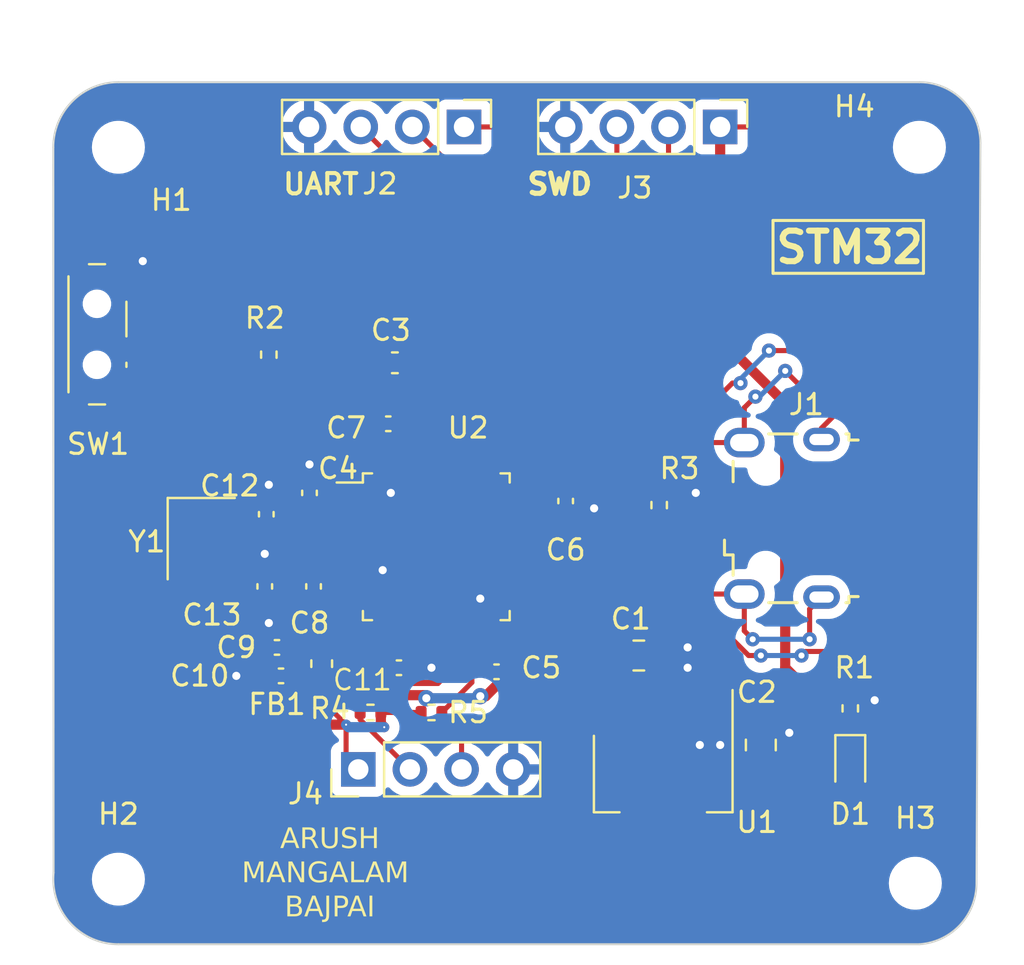
<source format=kicad_pcb>
(kicad_pcb (version 20221018) (generator pcbnew)
  (layers (0 "F.Cu" signal) (31 "B.Cu" power) (34 "B.Paste" user) (35 "F.Paste" user) (36 "B.SilkS" user "B.Silkscreen") (37 "F.SilkS" user "F.Silkscreen") (38 "B.Mask" user) (39 "F.Mask" user) (44 "Edge.Cuts" user))
  (net 0 "")
  (net 1 "+3.3V")
  (net 2 "GND")
  (net 3 "+3.3VA")
  (net 4 "/NRST")
  (net 5 "/HSE_IN")
  (net 6 "/HSE_OUT")
  (net 7 "VBUS")
  (net 8 "Net-(D1-K)")
  (net 9 "/USB_D-")
  (net 10 "/USB_D+")
  (net 11 "/SWDIO")
  (net 12 "/SWCLK")
  (net 13 "/USART1_TX")
  (net 14 "/USART1_RX")
  (net 15 "/I2C2_SCL")
  (net 16 "/I2C2_SDA")
  (net 17 "/SW_BOOT0")
  (net 18 "/BOOT0")
  (net 46 "Net-(Y1-Pad2)")
  (net 48 "unconnected-(J1-Shield-Pad6)")
  (footprint "Resistor_SMD:R_0402_1005Metric" (layer "F.Cu") (at 112.4 99.6 180)
    (fp_text reference "R4" (at 2 0.2) (layer "F.SilkS"))
    (fp_text value "1k5")
    (pad "1" smd roundrect (at -0.51 0 180) (size 0.54 0.64) (layers "F.Cu" "F.Paste" "F.Mask") (net 1 "+3.3V"))
    (pad "2" smd roundrect (at 0.51 0 180) (size 0.54 0.64) (layers "F.Cu" "F.Paste" "F.Mask") (net 15 "/I2C2_SCL"))
  )
  (footprint "Capacitor_SMD:C_0402_1005Metric" (layer "F.Cu") (at 118.6 97.6)
    (fp_text reference "C5" (at 2.2 -0.2) (layer "F.SilkS"))
    (fp_text value "100n")
    (pad "1" smd roundrect (at -0.48 0) (size 0.56 0.62) (layers "F.Cu" "F.Paste" "F.Mask") (net 2 "GND"))
    (pad "2" smd roundrect (at 0.48 0) (size 0.56 0.62) (layers "F.Cu" "F.Paste" "F.Mask") (net 1 "+3.3V"))
  )
  (footprint "Package_TO_SOT_SMD:SOT-223-3_TabPin2" (layer "F.Cu") (at 126.8 102.6 -90)
    (fp_text reference "U1" (at 2.4 -4.6 -180) (layer "F.SilkS"))
    (fp_text value "AMS1117-3.3")
    (pad "1" smd rect (at -3.15 -2.3 270) (size 2 1.5) (layers "F.Cu" "F.Paste" "F.Mask") (net 2 "GND"))
    (pad "2" smd rect (at -3.15 0 270) (size 2 1.5) (layers "F.Cu" "F.Paste" "F.Mask") (net 1 "+3.3V"))
    (pad "2" smd rect (at 3.15 0 270) (size 2 3.8) (layers "F.Cu" "F.Paste" "F.Mask") (net 1 "+3.3V"))
    (pad "3" smd rect (at -3.15 2.3 270) (size 2 1.5) (layers "F.Cu" "F.Paste" "F.Mask") (net 7 "VBUS"))
  )
  (footprint "Capacitor_SMD:C_0402_1005Metric" (layer "F.Cu") (at 109.4 88.8 90)
    (fp_text reference "C4" (at 1.2 1.4 180) (layer "F.SilkS"))
    (fp_text value "100n")
    (pad "1" smd roundrect (at -0.48 0 90) (size 0.56 0.62) (layers "F.Cu" "F.Paste" "F.Mask") (net 1 "+3.3V"))
    (pad "2" smd roundrect (at 0.48 0 90) (size 0.56 0.62) (layers "F.Cu" "F.Paste" "F.Mask") (net 2 "GND"))
  )
  (footprint "Connector_PinHeader_2.54mm:PinHeader_1x04_P2.54mm_Vertical" (layer "F.Cu") (at 117 70.8 -90)
    (fp_text reference "J2" (at 2.8 4.14 -180) (layer "F.SilkS"))
    (fp_text value "Conn_01x04_Pin")
    (pad "1" thru_hole rect (at 0 0 270) (size 1.7 1.7) (drill 1) (layers "*.Cu" "*.Mask") (net 1 "+3.3V"))
    (pad "2" thru_hole oval (at 0 2.54 270) (size 1.7 1.7) (drill 1) (layers "*.Cu" "*.Mask") (net 13 "/USART1_TX"))
    (pad "3" thru_hole oval (at 0 5.08 270) (size 1.7 1.7) (drill 1) (layers "*.Cu" "*.Mask") (net 14 "/USART1_RX"))
    (pad "4" thru_hole oval (at 0 7.62 270) (size 1.7 1.7) (drill 1) (layers "*.Cu" "*.Mask") (net 2 "GND"))
  )
  (footprint "Resistor_SMD:R_0402_1005Metric" (layer "F.Cu") (at 136 99.4 90)
    (fp_text reference "R1" (at 2 0.2) (layer "F.SilkS"))
    (fp_text value "1k5")
    (pad "1" smd roundrect (at -0.51 0 90) (size 0.54 0.64) (layers "F.Cu" "F.Paste" "F.Mask") (net 8 "Net-(D1-K)"))
    (pad "2" smd roundrect (at 0.51 0 90) (size 0.54 0.64) (layers "F.Cu" "F.Paste" "F.Mask") (net 2 "GND"))
  )
  (footprint "Capacitor_SMD:C_0402_1005Metric" (layer "F.Cu") (at 108 97.8 180)
    (fp_text reference "C10" (at 4 0 180) (layer "F.SilkS"))
    (fp_text value "1u")
    (pad "1" smd roundrect (at -0.48 0 180) (size 0.56 0.62) (layers "F.Cu" "F.Paste" "F.Mask") (net 1 "+3.3V"))
    (pad "2" smd roundrect (at 0.48 0 180) (size 0.56 0.62) (layers "F.Cu" "F.Paste" "F.Mask") (net 2 "GND"))
  )
  (footprint "Capacitor_SMD:C_0805_2012Metric" (layer "F.Cu") (at 125.6 96.8)
    (fp_text reference "C1" (at -0.4 -1.8) (layer "F.SilkS"))
    (fp_text value "22u")
    (pad "1" smd roundrect (at -0.95 0) (size 1 1.45) (layers "F.Cu" "F.Paste" "F.Mask") (net 7 "VBUS"))
    (pad "2" smd roundrect (at 0.95 0) (size 1 1.45) (layers "F.Cu" "F.Paste" "F.Mask") (net 2 "GND"))
  )
  (footprint "Capacitor_SMD:C_0402_1005Metric" (layer "F.Cu") (at 113.275 85.4)
    (fp_text reference "C7" (at -2.075 0.2) (layer "F.SilkS"))
    (fp_text value "100n")
    (pad "1" smd roundrect (at -0.48 0) (size 0.56 0.62) (layers "F.Cu" "F.Paste" "F.Mask") (net 1 "+3.3V"))
    (pad "2" smd roundrect (at 0.48 0) (size 0.56 0.62) (layers "F.Cu" "F.Paste" "F.Mask") (net 2 "GND"))
  )
  (footprint "Capacitor_SMD:C_0402_1005Metric" (layer "F.Cu") (at 107.8 96.4 180)
    (fp_text reference "C9" (at 2 0) (layer "F.SilkS"))
    (fp_text value "1u")
    (pad "1" smd roundrect (at -0.48 0 180) (size 0.56 0.62) (layers "F.Cu" "F.Paste" "F.Mask") (net 3 "+3.3VA"))
    (pad "2" smd roundrect (at 0.48 0 180) (size 0.56 0.62) (layers "F.Cu" "F.Paste" "F.Mask") (net 2 "GND"))
  )
  (footprint "Capacitor_SMD:C_0402_1005Metric" (layer "F.Cu") (at 107.2 93.4 90)
    (fp_text reference "C13" (at -1.4 -2.6) (layer "F.SilkS"))
    (fp_text value "10p")
    (pad "1" smd roundrect (at -0.48 0 90) (size 0.56 0.62) (layers "F.Cu" "F.Paste" "F.Mask") (net 6 "/HSE_OUT"))
    (pad "2" smd roundrect (at 0.48 0 90) (size 0.56 0.62) (layers "F.Cu" "F.Paste" "F.Mask") (net 2 "GND"))
  )
  (footprint "Button_Switch_SMD:SW_SPDT_PCM12" (layer "F.Cu") (at 99.275 81 -90)
    (fp_text reference "SW1" (at 5.4 0.275 180) (layer "F.SilkS"))
    (fp_text value "SW_SPDT")
    (pad "" smd rect (at -3.65 -0.78 270) (size 1 0.8) (layers "F.Cu" "F.Paste" "F.Mask"))
    (pad "" smd rect (at -3.65 1.43 270) (size 1 0.8) (layers "F.Cu" "F.Paste" "F.Mask"))
    (pad "" np_thru_hole circle (at -1.5 0.33 270) (size 0.9 0.9) (drill 0.9) (layers "*.Cu" "*.Mask"))
    (pad "" np_thru_hole circle (at 1.5 0.33 270) (size 0.9 0.9) (drill 0.9) (layers "*.Cu" "*.Mask"))
    (pad "" smd rect (at 3.65 -0.78 270) (size 1 0.8) (layers "F.Cu" "F.Paste" "F.Mask"))
    (pad "" smd rect (at 3.65 1.43 270) (size 1 0.8) (layers "F.Cu" "F.Paste" "F.Mask"))
    (pad "1" smd rect (at -2.25 -1.43 270) (size 0.7 1.5) (layers "F.Cu" "F.Paste" "F.Mask") (net 2 "GND"))
    (pad "2" smd rect (at 0.75 -1.43 270) (size 0.7 1.5) (layers "F.Cu" "F.Paste" "F.Mask") (net 17 "/SW_BOOT0"))
    (pad "3" smd rect (at 2.25 -1.43 270) (size 0.7 1.5) (layers "F.Cu" "F.Paste" "F.Mask") (net 1 "+3.3V"))
  )
  (footprint "Capacitor_SMD:C_0402_1005Metric" (layer "F.Cu") (at 113.8 97.4)
    (fp_text reference "C11" (at -1.8 0.6) (layer "F.SilkS") (effects (font (thickness 0.125))))
    (fp_text value "100n")
    (pad "1" smd roundrect (at -0.48 0) (size 0.56 0.62) (layers "F.Cu" "F.Paste" "F.Mask") (net 4 "/NRST"))
    (pad "2" smd roundrect (at 0.48 0) (size 0.56 0.62) (layers "F.Cu" "F.Paste" "F.Mask") (net 2 "GND"))
  )
  (footprint "Crystal:Crystal_SMD_3225-4Pin_3.2x2.5mm" (layer "F.Cu") (at 104.075 91.05 -90)
    (fp_text reference "Y1" (at 0.15 2.675 -180) (layer "F.SilkS"))
    (fp_text value "16MHz")
    (pad "1" smd rect (at -1.1 0.85 270) (size 1.4 1.2) (layers "F.Cu" "F.Paste" "F.Mask") (net 5 "/HSE_IN"))
    (pad "2" smd rect (at 1.1 0.85 270) (size 1.4 1.2) (layers "F.Cu" "F.Paste" "F.Mask") (net 46 "Net-(Y1-Pad2)"))
    (pad "3" smd rect (at 1.1 -0.85 270) (size 1.4 1.2) (layers "F.Cu" "F.Paste" "F.Mask") (net 6 "/HSE_OUT"))
    (pad "4" smd rect (at -1.1 -0.85 270) (size 1.4 1.2) (layers "F.Cu" "F.Paste" "F.Mask") (net 46 "Net-(Y1-Pad2)"))
  )
  (footprint "Resistor_SMD:R_0402_1005Metric" (layer "F.Cu") (at 126.6 89.4 -90)
    (fp_text reference "R3" (at -1.8 -1 -180) (layer "F.SilkS"))
    (fp_text value "1k5")
    (pad "1" smd roundrect (at -0.51 0 270) (size 0.54 0.64) (layers "F.Cu" "F.Paste" "F.Mask") (net 1 "+3.3V"))
    (pad "2" smd roundrect (at 0.51 0 270) (size 0.54 0.64) (layers "F.Cu" "F.Paste" "F.Mask") (net 10 "/USB_D+"))
  )
  (footprint "Package_QFP:LQFP-48_7x7mm_P0.5mm" (layer "F.Cu") (at 115.6375 91.45)
    (fp_text reference "U2" (at 1.5625 -5.85) (layer "F.SilkS"))
    (fp_text value "STM32F103C8T6")
    (pad "1" smd roundrect (at -4.1625 -2.75) (size 1.475 0.3) (layers "F.Cu" "F.Paste" "F.Mask") (net 1 "+3.3V"))
    (pad "2" smd roundrect (at -4.1625 -2.25) (size 1.475 0.3) (layers "F.Cu" "F.Paste" "F.Mask"))
    (pad "3" smd roundrect (at -4.1625 -1.75) (size 1.475 0.3) (layers "F.Cu" "F.Paste" "F.Mask"))
    (pad "4" smd roundrect (at -4.1625 -1.25) (size 1.475 0.3) (layers "F.Cu" "F.Paste" "F.Mask"))
    (pad "5" smd roundrect (at -4.1625 -0.75) (size 1.475 0.3) (layers "F.Cu" "F.Paste" "F.Mask") (net 5 "/HSE_IN"))
    (pad "6" smd roundrect (at -4.1625 -0.25) (size 1.475 0.3) (layers "F.Cu" "F.Paste" "F.Mask") (net 6 "/HSE_OUT"))
    (pad "7" smd roundrect (at -4.1625 0.25) (size 1.475 0.3) (layers "F.Cu" "F.Paste" "F.Mask") (net 4 "/NRST"))
    (pad "8" smd roundrect (at -4.1625 0.75) (size 1.475 0.3) (layers "F.Cu" "F.Paste" "F.Mask") (net 2 "GND"))
    (pad "9" smd roundrect (at -4.1625 1.25) (size 1.475 0.3) (layers "F.Cu" "F.Paste" "F.Mask") (net 3 "+3.3VA"))
    (pad "10" smd roundrect (at -4.1625 1.75) (size 1.475 0.3) (layers "F.Cu" "F.Paste" "F.Mask"))
    (pad "11" smd roundrect (at -4.1625 2.25) (size 1.475 0.3) (layers "F.Cu" "F.Paste" "F.Mask"))
    (pad "12" smd roundrect (at -4.1625 2.75) (size 1.475 0.3) (layers "F.Cu" "F.Paste" "F.Mask"))
    (pad "13" smd roundrect (at -2.75 4.1625) (size 0.3 1.475) (layers "F.Cu" "F.Paste" "F.Mask"))
    (pad "14" smd roundrect (at -2.25 4.1625) (size 0.3 1.475) (layers "F.Cu" "F.Paste" "F.Mask"))
    (pad "15" smd roundrect (at -1.75 4.1625) (size 0.3 1.475) (layers "F.Cu" "F.Paste" "F.Mask"))
    (pad "16" smd roundrect (at -1.25 4.1625) (size 0.3 1.475) (layers "F.Cu" "F.Paste" "F.Mask"))
    (pad "17" smd roundrect (at -0.75 4.1625) (size 0.3 1.475) (layers "F.Cu" "F.Paste" "F.Mask"))
    (pad "18" smd roundrect (at -0.25 4.1625) (size 0.3 1.475) (layers "F.Cu" "F.Paste" "F.Mask"))
    (pad "19" smd roundrect (at 0.25 4.1625) (size 0.3 1.475) (layers "F.Cu" "F.Paste" "F.Mask"))
    (pad "20" smd roundrect (at 0.75 4.1625) (size 0.3 1.475) (layers "F.Cu" "F.Paste" "F.Mask"))
    (pad "21" smd roundrect (at 1.25 4.1625) (size 0.3 1.475) (layers "F.Cu" "F.Paste" "F.Mask") (net 15 "/I2C2_SCL"))
    (pad "22" smd roundrect (at 1.75 4.1625) (size 0.3 1.475) (layers "F.Cu" "F.Paste" "F.Mask") (net 16 "/I2C2_SDA"))
    (pad "23" smd roundrect (at 2.25 4.1625) (size 0.3 1.475) (layers "F.Cu" "F.Paste" "F.Mask") (net 2 "GND"))
    (pad "24" smd roundrect (at 2.75 4.1625) (size 0.3 1.475) (layers "F.Cu" "F.Paste" "F.Mask") (net 1 "+3.3V"))
    (pad "25" smd roundrect (at 4.1625 2.75) (size 1.475 0.3) (layers "F.Cu" "F.Paste" "F.Mask"))
    (pad "26" smd roundrect (at 4.1625 2.25) (size 1.475 0.3) (layers "F.Cu" "F.Paste" "F.Mask"))
    (pad "27" smd roundrect (at 4.1625 1.75) (size 1.475 0.3) (layers "F.Cu" "F.Paste" "F.Mask"))
    (pad "28" smd roundrect (at 4.1625 1.25) (size 1.475 0.3) (layers "F.Cu" "F.Paste" "F.Mask"))
    (pad "29" smd roundrect (at 4.1625 0.75) (size 1.475 0.3) (layers "F.Cu" "F.Paste" "F.Mask"))
    (pad "30" smd roundrect (at 4.1625 0.25) (size 1.475 0.3) (layers "F.Cu" "F.Paste" "F.Mask"))
    (pad "31" smd roundrect (at 4.1625 -0.25) (size 1.475 0.3) (layers "F.Cu" "F.Paste" "F.Mask"))
    (pad "32" smd roundrect (at 4.1625 -0.75) (size 1.475 0.3) (layers "F.Cu" "F.Paste" "F.Mask") (net 9 "/USB_D-"))
    (pad "33" smd roundrect (at 4.1625 -1.25) (size 1.475 0.3) (layers "F.Cu" "F.Paste" "F.Mask") (net 10 "/USB_D+"))
    (pad "34" smd roundrect (at 4.1625 -1.75) (size 1.475 0.3) (layers "F.Cu" "F.Paste" "F.Mask") (net 11 "/SWDIO"))
    (pad "35" smd roundrect (at 4.1625 -2.25) (size 1.475 0.3) (layers "F.Cu" "F.Paste" "F.Mask") (net 2 "GND"))
    (pad "36" smd roundrect (at 4.1625 -2.75) (size 1.475 0.3) (layers "F.Cu" "F.Paste" "F.Mask") (net 1 "+3.3V"))
    (pad "37" smd roundrect (at 2.75 -4.1625) (size 0.3 1.475) (layers "F.Cu" "F.Paste" "F.Mask") (net 12 "/SWCLK"))
    (pad "38" smd roundrect (at 2.25 -4.1625) (size 0.3 1.475) (layers "F.Cu" "F.Paste" "F.Mask"))
    (pad "39" smd roundrect (at 1.75 -4.1625) (size 0.3 1.475) (layers "F.Cu" "F.Paste" "F.Mask"))
    (pad "40" smd roundrect (at 1.25 -4.1625) (size 0.3 1.475) (layers "F.Cu" "F.Paste" "F.Mask"))
    (pad "41" smd roundrect (at 0.75 -4.1625) (size 0.3 1.475) (layers "F.Cu" "F.Paste" "F.Mask"))
    (pad "42" smd roundrect (at 0.25 -4.1625) (size 0.3 1.475) (layers "F.Cu" "F.Paste" "F.Mask") (net 13 "/USART1_TX"))
    (pad "43" smd roundrect (at -0.25 -4.1625) (size 0.3 1.475) (layers "F.Cu" "F.Paste" "F.Mask") (net 14 "/USART1_RX"))
    (pad "44" smd roundrect (at -0.75 -4.1625) (size 0.3 1.475) (layers "F.Cu" "F.Paste" "F.Mask") (net 18 "/BOOT0"))
    (pad "45" smd roundrect (at -1.25 -4.1625) (size 0.3 1.475) (layers "F.Cu" "F.Paste" "F.Mask"))
    (pad "46" smd roundrect (at -1.75 -4.1625) (size 0.3 1.475) (layers "F.Cu" "F.Paste" "F.Mask"))
    (pad "47" smd roundrect (at -2.25 -4.1625) (size 0.3 1.475) (layers "F.Cu" "F.Paste" "F.Mask") (net 2 "GND"))
    (pad "48" smd roundrect (at -2.75 -4.1625) (size 0.3 1.475) (layers "F.Cu" "F.Paste" "F.Mask") (net 1 "+3.3V"))
  )
  (footprint "Capacitor_SMD:C_0402_1005Metric" (layer "F.Cu") (at 107.275 89.85 90)
    (fp_text reference "C12" (at 1.4 -1.8) (layer "F.SilkS"))
    (fp_text value "10p")
    (pad "1" smd roundrect (at -0.48 0 90) (size 0.56 0.62) (layers "F.Cu" "F.Paste" "F.Mask") (net 5 "/HSE_IN"))
    (pad "2" smd roundrect (at 0.48 0 90) (size 0.56 0.62) (layers "F.Cu" "F.Paste" "F.Mask") (net 2 "GND"))
  )
  (footprint "Capacitor_SMD:C_0402_1005Metric" (layer "F.Cu") (at 122 89.2 -90)
    (fp_text reference "C6" (at 2.4 0) (layer "F.SilkS"))
    (fp_text value "100n")
    (pad "1" smd roundrect (at -0.48 0 270) (size 0.56 0.62) (layers "F.Cu" "F.Paste" "F.Mask") (net 1 "+3.3V"))
    (pad "2" smd roundrect (at 0.48 0 270) (size 0.56 0.62) (layers "F.Cu" "F.Paste" "F.Mask") (net 2 "GND"))
  )
  (footprint "Connector_PinHeader_2.54mm:PinHeader_1x04_P2.54mm_Vertical" (layer "F.Cu") (at 111.8 102.4 90)
    (fp_text reference "J4" (at -1.2 -2.6 180) (layer "F.SilkS"))
    (fp_text value "Conn_01x04_Pin")
    (pad "1" thru_hole rect (at 0 0 90) (size 1.7 1.7) (drill 1) (layers "*.Cu" "*.Mask") (net 1 "+3.3V"))
    (pad "2" thru_hole oval (at 0 2.54 90) (size 1.7 1.7) (drill 1) (layers "*.Cu" "*.Mask") (net 15 "/I2C2_SCL"))
    (pad "3" thru_hole oval (at 0 5.08 90) (size 1.7 1.7) (drill 1) (layers "*.Cu" "*.Mask") (net 16 "/I2C2_SDA"))
    (pad "4" thru_hole oval (at 0 7.62 90) (size 1.7 1.7) (drill 1) (layers "*.Cu" "*.Mask") (net 2 "GND"))
  )
  (footprint "Resistor_SMD:R_0402_1005Metric" (layer "F.Cu") (at 115.4 99.6)
    (fp_text reference "R5" (at 1.8 0) (layer "F.SilkS"))
    (fp_text value "1k5")
    (pad "1" smd roundrect (at -0.51 0) (size 0.54 0.64) (layers "F.Cu" "F.Paste" "F.Mask") (net 1 "+3.3V"))
    (pad "2" smd roundrect (at 0.51 0) (size 0.54 0.64) (layers "F.Cu" "F.Paste" "F.Mask") (net 16 "/I2C2_SDA"))
  )
  (footprint "MountingHole:MountingHole_2.1mm" (layer "F.Cu") (at 139.4 71.8)
    (fp_text reference "H4" (at -3.2 -2) (layer "F.SilkS"))
    (fp_text value "MountingHole")
    (pad "" np_thru_hole circle (at 0 0) (size 2.1 2.1) (drill 2.1) (layers "*.Cu" "*.Mask"))
  )
  (footprint "MountingHole:MountingHole_2.1mm" (layer "F.Cu") (at 139.2 108)
    (fp_text reference "H3" (at 0 -3.2) (layer "F.SilkS"))
    (fp_text value "MountingHole")
    (pad "" np_thru_hole circle (at 0 0) (size 2.1 2.1) (drill 2.1) (layers "*.Cu" "*.Mask"))
  )
  (footprint "LED_SMD:LED_0603_1608Metric" (layer "F.Cu") (at 136 102.2 -90)
    (fp_text reference "D1" (at 2.4 0) (layer "F.SilkS"))
    (fp_text value "RED")
    (pad "1" smd roundrect (at -0.7875 0 270) (size 0.875 0.95) (layers "F.Cu" "F.Paste" "F.Mask") (net 8 "Net-(D1-K)"))
    (pad "2" smd roundrect (at 0.7875 0 270) (size 0.875 0.95) (layers "F.Cu" "F.Paste" "F.Mask") (net 1 "+3.3V"))
  )
  (footprint "Inductor_SMD:L_0603_1608Metric" (layer "F.Cu") (at 110 97.2 -90)
    (fp_text reference "FB1" (at 2 2.2) (layer "F.SilkS"))
    (fp_text value "120R")
    (pad "1" smd roundrect (at -0.7875 0 270) (size 0.875 0.95) (layers "F.Cu" "F.Paste" "F.Mask") (net 3 "+3.3VA"))
    (pad "2" smd roundrect (at 0.7875 0 270) (size 0.875 0.95) (layers "F.Cu" "F.Paste" "F.Mask") (net 1 "+3.3V"))
  )
  (footprint "Capacitor_SMD:C_0402_1005Metric" (layer "F.Cu") (at 109.6 93.4 90)
    (fp_text reference "C8" (at -1.8 -0.2 180) (layer "F.SilkS"))
    (fp_text value "10n")
    (pad "1" smd roundrect (at -0.48 0 90) (size 0.56 0.62) (layers "F.Cu" "F.Paste" "F.Mask") (net 3 "+3.3VA"))
    (pad "2" smd roundrect (at 0.48 0 90) (size 0.56 0.62) (layers "F.Cu" "F.Paste" "F.Mask") (net 2 "GND"))
  )
  (footprint "Capacitor_SMD:C_0805_2012Metric" (layer "F.Cu") (at 131.6 101.2 90)
    (fp_text reference "C2" (at 2.6 -0.2 180) (layer "F.SilkS"))
    (fp_text value "22u")
    (pad "1" smd roundrect (at -0.95 0 90) (size 1 1.45) (layers "F.Cu" "F.Paste" "F.Mask") (net 1 "+3.3V"))
    (pad "2" smd roundrect (at 0.95 0 90) (size 1 1.45) (layers "F.Cu" "F.Paste" "F.Mask") (net 2 "GND"))
  )
  (footprint "MountingHole:MountingHole_2.1mm" (layer "F.Cu") (at 100 71.8)
    (fp_text reference "H1" (at 2.6 2.6) (layer "F.SilkS"))
    (fp_text value "MountingHole")
    (pad "" np_thru_hole circle (at 0 0) (size 2.1 2.1) (drill 2.1) (layers "*.Cu" "*.Mask"))
  )
  (footprint "Capacitor_SMD:C_0603_1608Metric" (layer "F.Cu") (at 113.6 82.4)
    (fp_text reference "C3" (at -0.2 -1.6) (layer "F.SilkS"))
    (fp_text value "10u")
    (pad "1" smd roundrect (at -0.775 0) (size 0.9 0.95) (layers "F.Cu" "F.Paste" "F.Mask") (net 1 "+3.3V"))
    (pad "2" smd roundrect (at 0.775 0) (size 0.9 0.95) (layers "F.Cu" "F.Paste" "F.Mask") (net 2 "GND"))
  )
  (footprint "Resistor_SMD:R_0402_1005Metric" (layer "F.Cu") (at 107.4 82 90)
    (fp_text reference "R2" (at 1.8 -0.2 180) (layer "F.SilkS"))
    (fp_text value "10K")
    (pad "1" smd roundrect (at -0.51 0 90) (size 0.54 0.64) (layers "F.Cu" "F.Paste" "F.Mask") (net 17 "/SW_BOOT0"))
    (pad "2" smd roundrect (at 0.51 0 90) (size 0.54 0.64) (layers "F.Cu" "F.Paste" "F.Mask") (net 18 "/BOOT0"))
  )
  (footprint "Connector_USB:USB_Micro-B_Wuerth_629105150521" (layer "F.Cu") (at 132.6375 90.05 90)
    (fp_text reference "J1" (at 5.6 1.2 180) (layer "F.SilkS"))
    (fp_text value "USB_B_Micro")
    (pad "" np_thru_hole oval (at -2.5 -0.8 90) (size 0.8 0.8) (drill 0.8) (layers "*.Cu" "*.Mask"))
    (pad "" np_thru_hole oval (at 2.5 -0.8 90) (size 0.8 0.8) (drill 0.8) (layers "*.Cu" "*.Mask"))
    (pad "1" smd rect (at -1.3 -1.9 90) (size 0.45 1.3) (layers "F.Cu" "F.Paste" "F.Mask") (net 7 "VBUS"))
    (pad "2" smd rect (at -0.65 -1.9 90) (size 0.45 1.3) (layers "F.Cu" "F.Paste" "F.Mask") (net 9 "/USB_D-"))
    (pad "3" smd rect (at 0 -1.9 90) (size 0.45 1.3) (layers "F.Cu" "F.Paste" "F.Mask") (net 10 "/USB_D+"))
    (pad "4" smd rect (at 0.65 -1.9 90) (size 0.45 1.3) (layers "F.Cu" "F.Paste" "F.Mask"))
    (pad "5" smd rect (at 1.3 -1.9 90) (size 0.45 1.3) (layers "F.Cu" "F.Paste" "F.Mask") (net 2 "GND"))
    (pad "6" thru_hole oval (at -3.875 1.95 90) (size 1.15 1.8) (drill oval 0.55 1.2) (layers "*.Cu" "*.Mask") (net 48 "unconnected-(J1-Shield-Pad6)"))
    (pad "6" thru_hole oval (at -3.725 -1.85 90) (size 1.45 2) (drill oval 0.85 1.4) (layers "*.Cu" "*.Mask") (net 48 "unconnected-(J1-Shield-Pad6)"))
    (pad "6" thru_hole oval (at 3.725 -1.85 90) (size 1.45 2) (drill oval 0.85 1.4) (layers "*.Cu" "*.Mask") (net 48 "unconnected-(J1-Shield-Pad6)"))
    (pad "6" thru_hole oval (at 3.875 1.95 90) (size 1.15 1.8) (drill oval 0.55 1.2) (layers "*.Cu" "*.Mask") (net 48 "unconnected-(J1-Shield-Pad6)"))
  )
  (footprint "MountingHole:MountingHole_2.1mm" (layer "F.Cu") (at 100 107.8)
    (fp_text reference "H2" (at 0 -3.2) (layer "F.SilkS"))
    (fp_text value "MountingHole")
    (pad "" np_thru_hole circle (at 0 0) (size 2.1 2.1) (drill 2.1) (layers "*.Cu" "*.Mask"))
  )
  (footprint "Connector_PinHeader_2.54mm:PinHeader_1x04_P2.54mm_Vertical" (layer "F.Cu") (at 129.6 70.8 -90)
    (fp_text reference "J3" (at 3 4.2 -180) (layer "F.SilkS"))
    (fp_text value "Conn_01x04_Pin")
    (pad "1" thru_hole rect (at 0 0 270) (size 1.7 1.7) (drill 1) (layers "*.Cu" "*.Mask") (net 1 "+3.3V"))
    (pad "2" thru_hole oval (at 0 2.54 270) (size 1.7 1.7) (drill 1) (layers "*.Cu" "*.Mask") (net 11 "/SWDIO"))
    (pad "3" thru_hole oval (at 0 5.08 270) (size 1.7 1.7) (drill 1) (layers "*.Cu" "*.Mask") (net 12 "/SWCLK"))
    (pad "4" thru_hole oval (at 0 7.62 270) (size 1.7 1.7) (drill 1) (layers "*.Cu" "*.Mask") (net 2 "GND"))
  )
  (gr_line (start 139.6 78) (end 139.6 75.4) (stroke (width 0.15)) (layer "F.SilkS"))
  (gr_line (start 132.2 75.4) (end 132.2 78) (stroke (width 0.15)) (layer "F.SilkS"))
  (gr_line (start 132.2 78) (end 139.6 78) (stroke (width 0.15)) (layer "F.SilkS"))
  (gr_line (start 139.6 75.4) (end 132.2 75.4) (stroke (width 0.15)) (layer "F.SilkS"))
  (gr_line (start 142.4 71.6) (end 142.206659 108) (stroke (width 0.1)) (layer "Edge.Cuts"))
  (gr_arc (start 100 111) (mid 97.627352 109.947217) (end 96.815881 107.481588) (stroke (width 0.1)) (layer "Edge.Cuts"))
  (gr_arc (start 96.8 71.8) (mid 97.737258 69.537258) (end 100 68.6) (stroke (width 0.1)) (layer "Edge.Cuts"))
  (gr_arc (start 142.206659 108) (mid 141.395601 110.054102) (end 139.4 111) (stroke (width 0.1)) (layer "Edge.Cuts"))
  (gr_line (start 100 111) (end 139.4 111) (stroke (width 0.1)) (layer "Edge.Cuts"))
  (gr_arc (start 139.4 68.6) (mid 141.52132 69.47868) (end 142.4 71.6) (stroke (width 0.1)) (layer "Edge.Cuts"))
  (gr_line (start 100 68.6) (end 139.4 68.6) (stroke (width 0.1)) (layer "Edge.Cuts"))
  (gr_line (start 96.8 71.8) (end 96.815881 107.481588) (stroke (width 0.1)) (layer "Edge.Cuts"))
  (gr_text "STM32" (at 132.2 77.6) (layer "F.SilkS") (effects (font (size 1.5 1.5) (thickness 0.3) bold) (justify left bottom)))
  (gr_text "UART" (at 108 74.2) (layer "F.SilkS") (effects (font (size 1 1) (thickness 0.2) bold) (justify left bottom)))
  (gr_text "ARUSH\nMANGALAM \nBAJPAI" (at 110.4 109.8) (layer "F.SilkS") (effects (font (size 1 1)) (justify bottom)))
  (gr_text "SWD" (at 120 74.2) (layer "F.SilkS") (effects (font (size 1 1) (thickness 0.25) bold) (justify left bottom)))
  (segment (start 112.6 86.2) (end 112.795 86.005) (width 0.25) (layer "F.Cu") (net 1))
  (segment (start 112.6 83.6) (end 112.825 83.375) (width 0.25) (layer "F.Cu") (net 1))
  (segment (start 110 99) (end 111.2 100.2) (width 0.25) (layer "F.Cu") (net 1))
  (segment (start 117.8 98.8) (end 118.068266 98.8) (width 0.5) (layer "F.Cu") (net 1))
  (segment (start 133.9 100.1) (end 133.9 102.7) (width 0.5) (layer "F.Cu") (net 1))
  (segment (start 131.2 108.8) (end 133.9 106.1) (width 0.5) (layer "F.Cu") (net 1))
  (segment (start 107 85.2) (end 110 82.2) (width 0.5) (layer "F.Cu") (net 1))
  (segment (start 112.8875 86.4875) (end 112.6 86.2) (width 0.25) (layer "F.Cu") (net 1))
  (segment (start 122 88.72) (end 121.98 88.7) (width 0.3) (layer "F.Cu") (net 1))
  (segment (start 112.91 99.6) (end 112.91 99.338528) (width 0.5) (layer "F.Cu") (net 1))
  (segment (start 122.4 108.8) (end 131.2 108.8) (width 0.5) (layer "F.Cu") (net 1))
  (segment (start 133.9 102.7) (end 134.1875 102.9875) (width 0.5) (layer "F.Cu") (net 1))
  (segment (start 122.2 108.6) (end 122.4 108.8) (width 0.5) (layer "F.Cu") (net 1))
  (segment (start 113.8 98.75) (end 114.997963 98.75) (width 0.5) (layer "F.Cu") (net 1))
  (segment (start 129.6 70.8) (end 129.6 81.2) (width 0.5) (layer "F.Cu") (net 1))
  (segment (start 119.08 97.788266) (end 119.08 97.6) (width 0.5) (layer "F.Cu") (net 1))
  (segment (start 119.08 96.305) (end 118.3875 95.6125) (width 0.25) (layer "F.Cu") (net 1))
  (segment (start 112.795 83.795) (end 112.6 83.6) (width 0.25) (layer "F.Cu") (net 1))
  (segment (start 131.6 70.8) (end 129.6 70.8) (width 0.25) (layer "F.Cu") (net 1))
  (segment (start 110.5 88.7) (end 111.475 88.7) (width 0.25) (layer "F.Cu") (net 1))
  (segment (start 118.068266 98.8) (end 119.08 97.788266) (width 0.5) (layer "F.Cu") (net 1))
  (segment (start 108.48 97.8) (end 109.8125 97.8) (width 0.25) (layer "F.Cu") (net 1))
  (segment (start 126.43 88.72) (end 126.6 88.89) (width 0.25) (layer "F.Cu") (net 1))
  (segment (start 103.2 85.2) (end 107 85.2) (width 0.5) (layer "F.Cu") (net 1))
  (segment (start 126.6 88.89) (end 126.6 85.6) (width 0.5) (layer "F.Cu") (net 1))
  (segment (start 129.6 81.2) (end 130.3 81.9) (width 0.5) (layer "F.Cu") (net 1))
  (segment (start 109.8125 97.8) (end 110 97.9875) (width 0.25) (layer "F.Cu") (net 1))
  (segment (start 101.6 94.4) (end 99.4 92.2) (width 0.5) (layer "F.Cu") (net 1))
  (segment (start 112.825 83.375) (end 112.825 82.4) (width 0.25) (layer "F.Cu") (net 1))
  (segment (start 122.72 88) (end 122 88.72) (width 0.5) (layer "F.Cu") (net 1))
  (segment (start 101.8 100.2) (end 101.6 100) (width 0.5) (layer "F.Cu") (net 1))
  (segment (start 110 82.2) (end 111.475 83.675) (width 0.5) (layer "F.Cu") (net 1))
  (segment (start 110 82.2) (end 110.4 81.8) (width 0.5) (layer "F.Cu") (net 1))
  (segment (start 133.35 102.15) (end 133.9 102.7) (width 0.5) (layer "F.Cu") (net 1))
  (segment (start 112.91 99.6) (end 112.91 100.156828) (width 0.5) (layer "F.Cu") (net 1))
  (segment (start 132 70.4) (end 131.6 70.8) (width 0.25) (layer "F.Cu") (net 1))
  (segment (start 112.8875 87.2875) (end 112.8875 86.4875) (width 0.25) (layer "F.Cu") (net 1))
  (segment (start 118.6 70.8) (end 120.4 69) (width 0.25) (layer "F.Cu") (net 1))
  (segment (start 122.2 100.2) (end 122.2 108.6) (width 0.5) (layer "F.Cu") (net 1))
  (segment (start 132.8 84.4) (end 132.8 97.4) (width 0.5) (layer "F.Cu") (net 1))
  (segment (start 112.91 99.338528) (end 113.498528 98.75) (width 0.5) (layer "F.Cu") (net 1))
  (segment (start 109.4 89.28) (end 109.92 89.28) (width 0.25) (layer "F.Cu") (net 1))
  (segment (start 117 70.8) (end 118.6 70.8) (width 0.25) (layer "F.Cu") (net 1))
  (segment (start 111.2 100.2) (end 111.2 101.8) (width 0.25) (layer "F.Cu") (net 1))
  (segment (start 134.1875 102.9875) (end 136 102.9875) (width 0.5) (layer "F.Cu") (net 1))
  (segment (start 112.795 85.4) (end 112.795 83.795) (width 0.25) (layer "F.Cu") (net 1))
  (segment (start 119.08 97.6) (end 119.6 97.6) (width 0.5) (layer "F.Cu") (net 1))
  (segment (start 120.4 69) (end 132 69) (width 0.25) (layer "F.Cu") (net 1))
  (segment (start 119.08 97.6) (end 119.08 96.305) (width 0.25) (layer "F.Cu") (net 1))
  (segment (start 112.91 99.6) (end 114.89 99.6) (width 0.25) (layer "F.Cu") (net 1))
  (segment (start 119.6 97.6) (end 122.2 100.2) (width 0.5) (layer "F.Cu") (net 1))
  (segment (start 99.4 92.2) (end 99.4 89) (width 0.5) (layer "F.Cu") (net 1))
  (segment (start 134.6 99.4) (end 133.9 100.1) (width 0.5) (layer "F.Cu") (net 1))
  (segment (start 121.98 88.7) (end 119.8 88.7) (width 0.3) (layer "F.Cu") (net 1))
  (segment (start 111.475 83.675) (end 111.475 88.6) (width 0.5) (layer "F.Cu") (net 1))
  (segment (start 134.6 99.2) (end 134.6 99.4) (width 0.5) (layer "F.Cu") (net 1))
  (segment (start 114.997963 98.75) (end 115.147963 98.9) (width 0.5) (layer "F.Cu") (net 1))
  (segment (start 111.475 88.7) (end 112.8875 87.2875) (width 0.25) (layer "F.Cu") (net 1))
  (segment (start 100.705 83.25) (end 101.25 83.25) (width 0.5) (layer "F.Cu") (net 1))
  (segment (start 125.89 88.89) (end 125 88) (width 0.5) (layer "F.Cu") (net 1))
  (segment (start 126.6 88.89) (end 125.89 88.89) (width 0.5) (layer "F.Cu") (net 1))
  (segment (start 110.4 81.8) (end 111 82.4) (width 0.5) (layer "F.Cu") (net 1))
  (segment (start 125 88) (end 122.72 88) (width 0.5) (layer "F.Cu") (net 1))
  (segment (start 126.6 85.6) (end 130.3 81.9) (width 0.5) (layer "F.Cu") (net 1))
  (segment (start 132 69) (end 132 70.4) (width 0.25) (layer "F.Cu") (net 1))
  (segment (start 101.25 83.25) (end 103.2 85.2) (width 0.5) (layer "F.Cu") (net 1))
  (segment (start 112.91 100.156828) (end 113.076586 100.323414) (width 0.5) (layer "F.Cu") (net 1))
  (segment (start 113.498528 98.75) (end 113.8 98.75) (width 0.5) (layer "F.Cu") (net 1))
  (segment (start 111.2 101.8) (end 111.8 102.4) (width 0.25) (layer "F.Cu") (net 1))
  (segment (start 131.6 102.15) (end 133.35 102.15) (width 0.5) (layer "F.Cu") (net 1))
  (segment (start 132.8 97.4) (end 134.6 99.2) (width 0.5) (layer "F.Cu") (net 1))
  (segment (start 101.6 100) (end 101.6 94.4) (width 0.5) (layer "F.Cu") (net 1))
  (segment (start 109.92 89.28) (end 110.5 88.7) (width 0.25) (layer "F.Cu") (net 1))
  (segment (start 130.3 81.9) (end 132.8 84.4) (width 0.5) (layer "F.Cu") (net 1))
  (segment (start 133.9 106.1) (end 133.9 102.7) (width 0.5) (layer "F.Cu") (net 1))
  (segment (start 99.4 89) (end 103.2 85.2) (width 0.5) (layer "F.Cu") (net 1))
  (segment (start 119.08 97.909999) (end 119.08 97.6) (width 0.5) (layer "F.Cu") (net 1))
  (segment (start 111.2 100.2) (end 101.8 100.2) (width 0.5) (layer "F.Cu") (net 1))
  (segment (start 112.795 86.005) (end 112.795 85.4) (width 0.25) (layer "F.Cu") (net 1))
  (segment (start 111 82.4) (end 112.825 82.4) (width 0.5) (layer "F.Cu") (net 1))
  (segment (start 110 97.9875) (end 110 99) (width 0.25) (layer "F.Cu") (net 1))
  (via micro (at 111.2 100.2) (size 0.3) (drill 0.1) (layers "F.Cu" "B.Cu") (net 1))
  (via (at 115.147963 98.9) (size 0.8) (drill 0.4) (layers "F.Cu" "B.Cu") (net 1))
  (via (at 117.8 98.8) (size 0.8) (drill 0.4) (layers "F.Cu" "B.Cu") (net 1))
  (via micro (at 113.076586 100.323414) (size 0.3) (drill 0.1) (layers "F.Cu" "B.Cu") (net 1))
  (segment (start 117.7 98.9) (end 117.8 98.8) (width 0.5) (layer "B.Cu") (net 1))
  (segment (start 113.076586 100.323414) (end 111.323414 100.323414) (width 0.5) (layer "B.Cu") (net 1))
  (segment (start 111.323414 100.323414) (end 111.2 100.2) (width 0.5) (layer "B.Cu") (net 1))
  (segment (start 115.147963 98.9) (end 117.7 98.9) (width 0.5) (layer "B.Cu") (net 1))
  (segment (start 100.705 78.75) (end 101.2 78.255) (width 0.25) (layer "F.Cu") (net 2))
  (segment (start 136 98.89) (end 137.09 98.89) (width 0.25) (layer "F.Cu") (net 2))
  (segment (start 113.755 84.245) (end 114.4 83.6) (width 0.25) (layer "F.Cu") (net 2))
  (segment (start 130.7375 88.75) (end 128.45 88.75) (width 0.25) (layer "F.Cu") (net 2))
  (segment (start 107.275 89.37) (end 107.275 88.525) (width 0.5) (layer "F.Cu") (net 2))
  (segment (start 107.2 92.92) (end 107.2 91.8) (width 0.5) (layer "F.Cu") (net 2))
  (segment (start 114.4 83.6) (end 114.375 83.575) (width 0.25) (layer "F.Cu") (net 2))
  (segment (start 117.8875 97.3675) (end 117.8875 95.6125) (width 0.25) (layer "F.Cu") (net 2))
  (segment (start 122 89.68) (end 123.28 89.68) (width 0.25) (layer "F.Cu") (net 2))
  (segment (start 123.28 89.68) (end 123.4 89.56) (width 0.25) (layer "F.Cu") (net 2))
  (segment (start 120.605264 89.2) (end 121.085264 89.68) (width 0.25) (layer "F.Cu") (net 2))
  (segment (start 107.32 95.28) (end 107.4 95.2) (width 0.5) (layer "F.Cu") (net 2))
  (segment (start 111.475 92.2) (end 112.6 92.2) (width 0.25) (layer "F.Cu") (net 2))
  (segment (start 113.755 85.4) (end 113.755 84.245) (width 0.25) (layer "F.Cu") (net 2))
  (segment (start 109.4 88.32) (end 109.4 87.4) (width 0.5) (layer "F.Cu") (net 2))
  (segment (start 118.12 97.6) (end 117.8875 97.3675) (width 0.25) (layer "F.Cu") (net 2))
  (segment (start 113.755 86.114736) (end 113.3875 86.482236) (width 0.25) (layer "F.Cu") (net 2))
  (segment (start 117.8875 95.6125) (end 117.8875 94.0875) (width 0.25) (layer "F.Cu") (net 2))
  (segment (start 117.8875 94.0875) (end 117.8 94) (width 0.25) (layer "F.Cu") (net 2))
  (segment (start 128.45 88.75) (end 128.4 88.8) (width 0.25) (layer "F.Cu") (net 2))
  (segment (start 119.8 89.2) (end 120.605264 89.2) (width 0.25) (layer "F.Cu") (net 2))
  (segment (start 113.3875 88.7875) (end 113.4 88.8) (width 0.25) (layer "F.Cu") (net 2))
  (segment (start 113.755 85.4) (end 113.755 86.114736) (width 0.25) (layer "F.Cu") (net 2))
  (segment (start 101.2 78.255) (end 101.2 77.4) (width 0.25) (layer "F.Cu") (net 2))
  (segment (start 107.32 96.4) (end 107.32 95.28) (width 0.5) (layer "F.Cu") (net 2))
  (segment (start 109.6 92.92) (end 110.32 92.2) (width 0.25) (layer "F.Cu") (net 2))
  (segment (start 137.09 98.89) (end 137.2 99) (width 0.25) (layer "F.Cu") (net 2))
  (segment (start 113.3875 86.482236) (end 113.3875 87.2875) (width 0.25) (layer "F.Cu") (net 2))
  (segment (start 112.6 92.2) (end 113 92.6) (width 0.25) (layer "F.Cu") (net 2))
  (segment (start 110.32 92.2) (end 111.475 92.2) (width 0.25) (layer "F.Cu") (net 2))
  (segment (start 107.52 97.8) (end 105.8 97.8) (width 0.5) (layer "F.Cu") (net 2))
  (segment (start 121.085264 89.68) (end 122 89.68) (width 0.25) (layer "F.Cu") (net 2))
  (segment (start 107.275 88.525) (end 107.4 88.4) (width 0.5) (layer "F.Cu") (net 2))
  (segment (start 113.3875 87.2875) (end 113.3875 88.7875) (width 0.25) (layer "F.Cu") (net 2))
  (segment (start 114.375 83.575) (end 114.375 82.4) (width 0.25) (layer "F.Cu") (net 2))
  (segment (start 114.28 97.4) (end 115.4 97.4) (width 0.5) (layer "F.Cu") (net 2))
  (via (at 133 100.6) (size 0.8) (drill 0.4) (layers "F.Cu" "B.Cu") (net 2))
  (via (at 101.2 77.4) (size 0.8) (drill 0.4) (layers "F.Cu" "B.Cu") (net 2))
  (via (at 107.2 91.8) (size 0.8) (drill 0.4) (layers "F.Cu" "B.Cu") (net 2))
  (via (at 107.4 95.2) (size 0.8) (drill 0.4) (layers "F.Cu" "B.Cu") (net 2))
  (via (at 113.4 88.8) (size 0.8) (drill 0.4) (layers "F.Cu" "B.Cu") (net 2))
  (via (at 129.6 101.2) (size 0.8) (drill 0.4) (layers "F.Cu" "B.Cu") (net 2))
  (via (at 128 97.4) (size 0.8) (drill 0.4) (layers "F.Cu" "B.Cu") (net 2))
  (via (at 107.4 88.4) (size 0.8) (drill 0.4) (layers "F.Cu" "B.Cu") (net 2))
  (via (at 109.4 87.4) (size 0.8) (drill 0.4) (layers "F.Cu" "B.Cu") (net 2))
  (via (at 115.4 97.4) (size 0.8) (drill 0.4) (layers "F.Cu" "B.Cu") (net 2))
  (via (at 117.8 94) (size 0.8) (drill 0.4) (layers "F.Cu" "B.Cu") (net 2))
  (via (at 128.6 101.2) (size 0.8) (drill 0.4) (layers "F.Cu" "B.Cu") (net 2))
  (via (at 123.4 89.56) (size 0.8) (drill 0.4) (layers "F.Cu" "B.Cu") (net 2))
  (via (at 137.2 99) (size 0.8) (drill 0.4) (layers "F.Cu" "B.Cu") (net 2))
  (via (at 113 92.6) (size 0.8) (drill 0.4) (layers "F.Cu" "B.Cu") (net 2))
  (via (at 128 96.4) (size 0.8) (drill 0.4) (layers "F.Cu" "B.Cu") (net 2))
  (via (at 128.4 88.8) (size 0.8) (drill 0.4) (layers "F.Cu" "B.Cu") (net 2))
  (via (at 105.8 97.8) (size 0.8) (drill 0.4) (layers "F.Cu" "B.Cu") (net 2))
  (segment (start 109.6 93.88) (end 109.909999 93.88) (width 0.25) (layer "F.Cu") (net 3))
  (segment (start 110.669736 92.7) (end 111.475 92.7) (width 0.25) (layer "F.Cu") (net 3))
  (segment (start 109.909999 93.88) (end 110.4 93.389999) (width 0.25) (layer "F.Cu") (net 3))
  (segment (start 109.9875 96.4) (end 110 96.4125) (width 0.25) (layer "F.Cu") (net 3))
  (segment (start 110.4 92.969736) (end 110.669736 92.7) (width 0.25) (layer "F.Cu") (net 3))
  (segment (start 109.6 96.0125) (end 110 96.4125) (width 0.25) (layer "F.Cu") (net 3))
  (segment (start 110.4 93.389999) (end 110.4 92.969736) (width 0.25) (layer "F.Cu") (net 3))
  (segment (start 108.28 96.4) (end 109.9875 96.4) (width 0.25) (layer "F.Cu") (net 3))
  (segment (start 109.6 93.88) (end 109.6 96.0125) (width 0.25) (layer "F.Cu") (net 3))
  (segment (start 113.32 97.4) (end 112.2 97.4) (width 0.25) (layer "F.Cu") (net 4))
  (segment (start 114.4 91.6) (end 114.3 91.7) (width 0.25) (layer "F.Cu") (net 4))
  (segment (start 114.4 92.6) (end 114.4 91.6) (width 0.25) (layer "F.Cu") (net 4))
  (segment (start 112.2 97.4) (end 111.8 97) (width 0.25) (layer "F.Cu") (net 4))
  (segment (start 111.8 97) (end 111.8 95.2) (width 0.25) (layer "F.Cu") (net 4))
  (segment (start 114.3 91.7) (end 111.475 91.7) (width 0.25) (layer "F.Cu") (net 4))
  (segment (start 111.8 95.2) (end 114.4 92.6) (width 0.25) (layer "F.Cu") (net 4))
  (segment (start 107.275 90.33) (end 107.645 90.7) (width 0.25) (layer "F.Cu") (net 5))
  (segment (start 107.645 90.7) (end 111.475 90.7) (width 0.25) (layer "F.Cu") (net 5))
  (segment (start 103.225 89.95) (end 103.225 90.225) (width 0.3) (layer "F.Cu") (net 5))
  (segment (start 103.225 90.225) (end 104 91) (width 0.3) (layer "F.Cu") (net 5))
  (segment (start 106.605 91) (end 107.275 90.33) (width 0.3) (layer "F.Cu") (net 5))
  (segment (start 104 91) (end 106.605 91) (width 0.3) (layer "F.Cu") (net 5))
  (segment (start 108.4 92.989999) (end 108.4 92) (width 0.3) (layer "F.Cu") (net 6))
  (segment (start 104.925 92.15) (end 104.925 92.925) (width 0.3) (layer "F.Cu") (net 6))
  (segment (start 107.509999 93.88) (end 108.4 92.989999) (width 0.3) (layer "F.Cu") (net 6))
  (segment (start 105.88 93.88) (end 104.925 92.925) (width 0.3) (layer "F.Cu") (net 6))
  (segment (start 107.2 93.88) (end 107.509999 93.88) (width 0.3) (layer "F.Cu") (net 6))
  (segment (start 109.2 91.2) (end 111.475 91.2) (width 0.3) (layer "F.Cu") (net 6))
  (segment (start 108.4 92) (end 109.2 91.2) (width 0.3) (layer "F.Cu") (net 6))
  (segment (start 107.2 93.88) (end 105.88 93.88) (width 0.3) (layer "F.Cu") (net 6))
  (segment (start 124.65 96.8) (end 124.65 99.3) (width 0.25) (layer "F.Cu") (net 7))
  (segment (start 124.65 99.3) (end 124.5 99.45) (width 0.25) (layer "F.Cu") (net 7))
  (segment (start 124.65 96.8) (end 130.1 91.35) (width 0.25) (layer "F.Cu") (net 7))
  (segment (start 130.1 91.35) (end 130.7375 91.35) (width 0.25) (layer "F.Cu") (net 7))
  (segment (start 136 99.91) (end 136 101.4125) (width 0.25) (layer "F.Cu") (net 8))
  (segment (start 119.8 90.7) (end 121.44747 90.7) (width 0.3) (layer "F.Cu") (net 9))
  (segment (start 121.44747 90.7) (end 121.45747 90.71) (width 0.3) (layer "F.Cu") (net 9))
  (segment (start 130.7275 90.71) (end 130.7375 90.7) (width 0.3) (layer "F.Cu") (net 9))
  (segment (start 121.45747 90.71) (end 130.7275 90.71) (width 0.3) (layer "F.Cu") (net 9))
  (segment (start 121.583866 90.2) (end 121.643866 90.26) (width 0.2) (layer "F.Cu") (net 10))
  (segment (start 121.643866 90.26) (end 126.25 90.26) (width 0.2) (layer "F.Cu") (net 10))
  (segment (start 126.25 90.26) (end 126.6 89.91) (width 0.2) (layer "F.Cu") (net 10))
  (segment (start 126.6 89.91) (end 126.74 90.05) (width 0.2) (layer "F.Cu") (net 10))
  (segment (start 119.8 90.2) (end 121.583866 90.2) (width 0.2) (layer "F.Cu") (net 10))
  (segment (start 126.74 90.05) (end 130.7375 90.05) (width 0.2) (layer "F.Cu") (net 10))
  (segment (start 122.2 87.4) (end 122.6 87) (width 0.25) (layer "F.Cu") (net 11))
  (segment (start 122.6 80.8) (end 127.06 76.34) (width 0.25) (layer "F.Cu") (net 11))
  (segment (start 118 89.194736) (end 119.794736 87.4) (width 0.25) (layer "F.Cu") (net 11))
  (segment (start 119.8 89.7) (end 118.1 89.7) (width 0.25) (layer "F.Cu") (net 11))
  (segment (start 118.1 89.7) (end 118 89.6) (width 0.25) (layer "F.Cu") (net 11))
  (segment (start 118 89.6) (end 118 89.194736) (width 0.25) (layer "F.Cu") (net 11))
  (segment (start 119.794736 87.4) (end 122.2 87.4) (width 0.25) (layer "F.Cu") (net 11))
  (segment (start 122.6 87) (end 122.6 80.8) (width 0.25) (layer "F.Cu") (net 11))
  (segment (start 127.06 76.34) (end 127.06 70.8) (width 0.25) (layer "F.Cu") (net 11))
  (segment (start 118.3875 87.2875) (end 118.3875 80.8125) (width 0.25) (layer "F.Cu") (net 12))
  (segment (start 124.6 74.6) (end 124.52 74.52) (width 0.25) (layer "F.Cu") (net 12))
  (segment (start 124.52 74.52) (end 124.52 70.8) (width 0.25) (layer "F.Cu") (net 12))
  (segment (start 118.3875 80.8125) (end 124.6 74.6) (width 0.25) (layer "F.Cu") (net 12))
  (segment (start 114.46 70.8) (end 117.4 73.74) (width 0.25) (layer "F.Cu") (net 13))
  (segment (start 117.4 83.4) (end 116 84.8) (width 0.25) (layer "F.Cu") (net 13))
  (segment (start 116 84.8) (end 116 85) (width 0.25) (layer "F.Cu") (net 13))
  (segment (start 115.8875 85.1125) (end 115.8875 87.2875) (width 0.25) (layer "F.Cu") (net 13))
  (segment (start 117.4 73.74) (end 117.4 83.4) (width 0.25) (layer "F.Cu") (net 13))
  (segment (start 116 85) (end 115.8875 85.1125) (width 0.25) (layer "F.Cu") (net 13))
  (segment (start 115.6 84) (end 115.6 84.4) (width 0.25) (layer "F.Cu") (net 14))
  (segment (start 115.3875 84.6125) (end 115.3875 87.2875) (width 0.25) (layer "F.Cu") (net 14))
  (segment (start 111.92 70.8) (end 116.2 75.08) (width 0.25) (layer "F.Cu") (net 14))
  (segment (start 116.2 75.08) (end 116.2 83.4) (width 0.25) (layer "F.Cu") (net 14))
  (segment (start 115.6 84.4) (end 115.3875 84.6125) (width 0.25) (layer "F.Cu") (net 14))
  (segment (start 116.2 83.4) (end 115.6 84) (width 0.25) (layer "F.Cu") (net 14))
  (segment (start 116 96.8) (end 116.8 96.8) (width 0.3) (layer "F.Cu") (net 15))
  (segment (start 114.34 102.4) (end 111.89 99.95) (width 0.25) (layer "F.Cu") (net 15))
  (segment (start 111.89 99.95) (end 111.89 99.6) (width 0.25) (layer "F.Cu") (net 15))
  (segment (start 115.710661 98.15) (end 116.15 97.710661) (width 0.3) (layer "F.Cu") (net 15))
  (segment (start 111.89 99.6) (end 111.89 98.71) (width 0.3) (layer "F.Cu") (net 15))
  (segment (start 112.8 98.6) (end 113.34 98.06) (width 0.3) (layer "F.Cu") (net 15))
  (segment (start 116.15 97.710661) (end 116.15 96.95) (width 0.3) (layer "F.Cu") (net 15))
  (segment (start 116.8875 96.7125) (end 116.8875 95.6125) (width 0.3) (layer "F.Cu") (net 15))
  (segment (start 116.8 96.8) (end 116.8875 96.7125) (width 0.3) (layer "F.Cu") (net 15))
  (segment (start 111.89 98.71) (end 112 98.6) (width 0.3) (layer "F.Cu") (net 15))
  (segment (start 113.34 98.06) (end 113.4 98.06) (width 0.3) (layer "F.Cu") (net 15))
  (segment (start 112 98.6) (end 112.8 98.6) (width 0.3) (layer "F.Cu") (net 15))
  (segment (start 113.4 98.06) (end 113.49 98.15) (width 0.3) (layer "F.Cu") (net 15))
  (segment (start 113.49 98.15) (end 115.710661 98.15) (width 0.3) (layer "F.Cu") (net 15))
  (segment (start 116.15 96.95) (end 116 96.8) (width 0.3) (layer "F.Cu") (net 15))
  (segment (start 116.88 102.4) (end 116.88 100.57) (width 0.25) (layer "F.Cu") (net 16))
  (segment (start 115.91 99.6) (end 117.3875 98.1225) (width 0.25) (layer "F.Cu") (net 16))
  (segment (start 116.88 100.57) (end 115.91 99.6) (width 0.25) (layer "F.Cu") (net 16))
  (segment (start 117.3875 98.1225) (end 117.3875 95.6125) (width 0.25) (layer "F.Cu") (net 16))
  (segment (start 101.465 82.51) (end 100.705 81.75) (width 0.25) (layer "F.Cu") (net 17))
  (segment (start 107.4 82.51) (end 101.465 82.51) (width 0.25) (layer "F.Cu") (net 17))
  (segment (start 115.4 80) (end 115.4 83.4) (width 0.25) (layer "F.Cu") (net 18))
  (segment (start 107.4 81.2) (end 108.6 80) (width 0.25) (layer "F.Cu") (net 18))
  (segment (start 114.8875 84.0875) (end 114.8875 87.2875) (width 0.25) (layer "F.Cu") (net 18))
  (segment (start 107.4 81.49) (end 107.4 81.2) (width 0.25) (layer "F.Cu") (net 18))
  (segment (start 115.4 83.4) (end 114.8 84) (width 0.25) (layer "F.Cu") (net 18))
  (segment (start 108.6 80) (end 115.4 80) (width 0.25) (layer "F.Cu") (net 18))
  (segment (start 114.8 84) (end 114.8875 84.0875) (width 0.25) (layer "F.Cu") (net 18))
  (segment (start 102 89) (end 103.2 87.8) (width 0.25) (layer "F.Cu") (net 46))
  (segment (start 105.305 90.33) (end 105.175 90.2) (width 0.25) (layer "F.Cu") (net 46))
  (segment (start 100.45 92.15) (end 100.4 92.2) (width 0.25) (layer "F.Cu") (net 46))
  (segment (start 103.2 87.8) (end 104.925 89.525) (width 0.25) (layer "F.Cu") (net 46))
  (segment (start 104.925 89.525) (end 104.925 89.95) (width 0.25) (layer "F.Cu") (net 46))
  (segment (start 100.4 89) (end 102 89) (width 0.25) (layer "F.Cu") (net 46))
  (segment (start 100.4 92.2) (end 100.4 89) (width 0.25) (layer "F.Cu") (net 46))
  (segment (start 103.225 92.15) (end 100.45 92.15) (width 0.25) (layer "F.Cu") (net 46))
  (segment (start 131.6 96.8) (end 131 96.8) (width 0.25) (layer "F.Cu") (net 48))
  (segment (start 134 94.5125) (end 134.5875 93.925) (width 0.25) (layer "F.Cu") (net 48))
  (segment (start 128.2 86.2) (end 128.2 85.4) (width 0.25) (layer "F.Cu") (net 48))
  (segment (start 134.5875 85.6125) (end 134.5875 86.175) (width 0.25) (layer "F.Cu") (net 48))
  (segment (start 131 96.8) (end 128.6 94.4) (width 0.25) (layer "F.Cu") (net 48))
  (segment (start 128.4 85.2) (end 130.2 83.4) (width 0.25) (layer "F.Cu") (net 48))
  (segment (start 130.7875 84.6125) (end 130.8 84.6) (width 0.25) (layer "F.Cu") (net 48))
  (segment (start 135.2 83.4) (end 135.2 84.6) (width 0.25) (layer "F.Cu") (net 48))
  (segment (start 132.8 82.8) (end 133.4 83.4) (width 0.25) (layer "F.Cu") (net 48))
  (segment (start 130.2 83.4) (end 130.6 83.4) (width 0.25) (layer "F.Cu") (net 48))
  (segment (start 133.8 96.6) (end 133.6 96.8) (width 0.25) (layer "F.Cu") (net 48))
  (segment (start 128.2 85.4) (end 128.4 85.2) (width 0.25) (layer "F.Cu") (net 48))
  (segment (start 130.7875 86.325) (end 128.475 86.325) (width 0.25) (layer "F.Cu") (net 48))
  (segment (start 134 96) (end 134 94.5125) (width 0.25) (layer "F.Cu") (net 48))
  (segment (start 132 81.8) (end 138.8 81.8) (width 0.25) (layer "F.Cu") (net 48))
  (segment (start 128.4 86.4) (end 128.2 86.2) (width 0.25) (layer "F.Cu") (net 48))
  (segment (start 138.8 81.8) (end 138.8 96.2) (width 0.25) (layer "F.Cu") (net 48))
  (segment (start 135.4 84.8) (end 134.5875 85.6125) (width 0.25) (layer "F.Cu") (net 48))
  (segment (start 130.7875 86.325) (end 130.7875 84.6125) (width 0.25) (layer "F.Cu") (net 48))
  (segment (start 130.7875 95.5875) (end 131.2 96) (width 0.25) (layer "F.Cu") (net 48))
  (segment (start 135.2 84.6) (end 135.4 84.8) (width 0.25) (layer "F.Cu") (net 48))
  (segment (start 130.8 84.6) (end 131.334314 84.065686) (width 0.25) (layer "F.Cu") (net 48))
  (segment (start 138.8 96.2) (end 139.2 96.6) (width 0.25) (layer "F.Cu") (net 48))
  (segment (start 133.4 83.4) (end 135.2 83.4) (width 0.25) (layer "F.Cu") (net 48))
  (segment (start 128.475 86.325) (end 128.4 86.4) (width 0.25) (layer "F.Cu") (net 48))
  (segment (start 139.2 96.6) (end 133.8 96.6) (width 0.25) (layer "F.Cu") (net 48))
  (segment (start 129.225 93.775) (end 130.7875 93.775) (width 0.25) (layer "F.Cu") (net 48))
  (segment (start 128.6 94.4) (end 129.225 93.775) (width 0.25) (layer "F.Cu") (net 48))
  (segment (start 130.7875 93.775) (end 130.7875 95.5875) (width 0.25) (layer "F.Cu") (net 48))
  (via (at 131.334314 84.065686) (size 0.7) (drill 0.3) (layers "F.Cu" "B.Cu") (net 48))
  (via (at 132.8 82.8) (size 0.7) (drill 0.3) (layers "F.Cu" "B.Cu") (net 48))
  (via (at 131.2 96) (size 0.7) (drill 0.3) (layers "F.Cu" "B.Cu") (net 48))
  (via (at 134 96) (size 0.7) (drill 0.3) (layers "F.Cu" "B.Cu") (net 48))
  (via (at 133.6 96.8) (size 0.7) (drill 0.3) (layers "F.Cu" "B.Cu") (net 48))
  (via (at 131.6 96.8) (size 0.7) (drill 0.3) (layers "F.Cu" "B.Cu") (net 48))
  (via (at 132 81.8) (size 0.7) (drill 0.3) (layers "F.Cu" "B.Cu") (net 48))
  (via (at 130.6 83.4) (size 0.7) (drill 0.3) (layers "F.Cu" "B.Cu") (net 48))
  (segment (start 131.534314 84.065686) (end 132.8 82.8) (width 0.25) (layer "B.Cu") (net 48))
  (segment (start 133.6 96.8) (end 131.6 96.8) (width 0.25) (layer "B.Cu") (net 48))
  (segment (start 130.6 83.2) (end 132 81.8) (width 0.25) (layer "B.Cu") (net 48))
  (segment (start 131.2 96) (end 134 96) (width 0.25) (layer "B.Cu") (net 48))
  (segment (start 131.334314 84.065686) (end 131.534314 84.065686) (width 0.25) (layer "B.Cu") (net 48))
  (segment (start 130.6 83.4) (end 130.6 83.2) (width 0.25) (layer "B.Cu") (net 48))
  (zone (net 2) (net_name "GND") (layer "F.Cu") (connect_pads (clearance 0.5)) (min_thickness 0.25) (fill yes (thermal_gap 0.5) (thermal_bridge_width 0.5))
    (polygon (pts (xy 125.8 98.2) (xy 128.2 98.2) (xy 128.2 102) (xy 130.6 102) (xy 130.6 101.2) (xy 133.6 101.2) (xy 133.6 99.6) (xy 130.6 99.4) (xy 130.6 98) (xy 129 97.8) (xy 129 95.4) (xy 125.8 95.4)))
  )
  (zone (net 1) (net_name "+3.3V") (layer "F.Cu") (priority 1) (connect_pads (clearance 0.5)) (min_thickness 0.25) (fill yes (thermal_gap 0.5) (thermal_bridge_width 0.5))
    (polygon (pts (xy 124.4 107) (xy 125.6 100.6) (xy 125.8 98.2) (xy 128 98.2) (xy 127.4 102.4) (xy 130.6 102) (xy 130.6 101.4) (xy 132.6 101.4) (xy 132.4 103) (xy 132.6 103) (xy 132.2 103.2) (xy 129 105) (xy 128.8 107)))
  )
  (zone (net 2) (net_name "GND") (layer "B.Cu") (priority 3) (connect_pads (clearance 0.5)) (min_thickness 0.25) (fill yes (thermal_gap 0.5) (thermal_bridge_width 0.5))
    (polygon (pts (xy 96.6 71.6) (xy 97.2 69.6) (xy 99.4 68.2) (xy 140.2 68.2) (xy 141.8 69.4) (xy 142.6 71.6) (xy 142.4 86.4) (xy 142.4 108.6) (xy 141.8 110.2) (xy 139.4 111.2) (xy 99.2 111.2) (xy 97.6 110.4) (xy 96.4 108.2)))
  )
)
</source>
